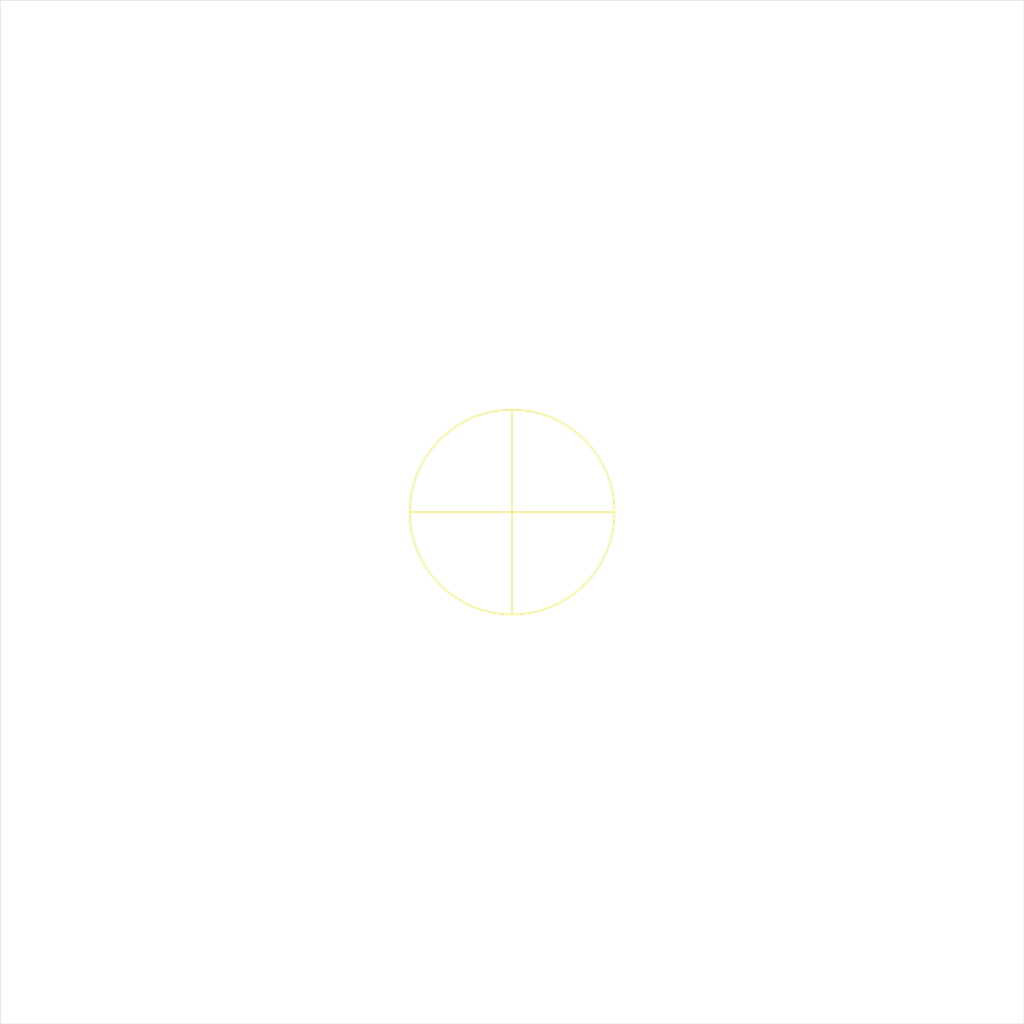
<source format=kicad_pcb>
(kicad_pcb (version 20241229) (generator "pcbnew") (generator_version "9.0")
	(general
		(thickness 1.6)
	)
	(paper "A4")
	(layers
		(0 "F.Cu" signal)
		(2 "B.Cu" signal)
		(5 "F.SilkS" user "F.Silkscreen")
		(25 "Edge.Cuts" user)
	)
	(setup
		(pad_to_mask_clearance 0)
	)
	(net 0 "")
	(gr_rect
		(start 50 50)
		(end 150 150)
		(stroke (width 0.05) (type solid))
		(fill none)
		(layer "Edge.Cuts")
		(uuid "a2038340-83af-4064-824c-f4571468d80e")
	)
	(gr_circle
		(center 100 100)
		(end 110 100)
		(stroke (width 0.2) (type solid))
		(fill none)
		(layer "F.SilkS")
		(uuid "e6038340-83af-4064-824c-f4571468d80i")
	)
	(gr_line
		(start 90 100)
		(end 110 100)
		(stroke (width 0.2) (type solid))
		(layer "F.SilkS")
		(uuid "f7038340-83af-4064-824c-f4571468d80j")
	)
	(gr_line
		(start 100 90)
		(end 100 110)
		(stroke (width 0.2) (type solid))
		(layer "F.SilkS")
		(uuid "g8038340-83af-4064-824c-f4571468d80k")
	)
	(embedded_fonts no)
)

</source>
